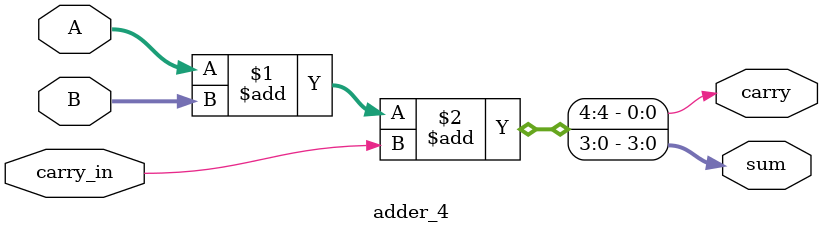
<source format=sv>
/*------------------------------------------------------------------------------
 Project      : Homework 1 - Question 3 
 File         : CSA_8_carry.sv
 Author       : Michael Kirchhofer
 Description  : Unsigned Carry Adder
 - Disclaimer, the carry adder when using the 4 input adder is not really 
 working as intended, as it would need a carry input for correct addition
 because adder_b should also consider the adder_a carry bit. Either the module
 description needs to be changed or the circuit diagram, because the curcuit 
 diagram shows an adder WITH and carry bit input, so it does not match with 
 the module description. -> This version extends the module given by the
 instruction sheet with another c_in wire, which is can then replicate the given
 circuit diagram
------------------------------------------------------------------------------*/

module CSA_8_carry (
    input logic [7:0] A,B,
    output logic [7:0] sum,
    output logic carry
);
    logic carry_adder_a;
    logic [3:0] sum_a,sum_b;

    adder_4 adder_a(
        .A(A[3:0]),
        .B(B[3:0]),
        .carry_in(1'b0),
        .carry(carry_adder_a),
        .sum(sum_a)
    );

    adder_4 adder_b(
        .A(A[7:4]),
        .B(B[7:4]),
        .carry_in(carry_adder_a),
        .carry(carry),
        .sum(sum_b)
    );

    assign sum = {sum_b,sum_a};

endmodule

module adder_4 (
    input logic [3:0] A,B,
    input logic carry_in,
    output logic [3:0] sum,
    output logic carry
);
    assign {carry,sum} = A+B+carry_in;
endmodule
</source>
